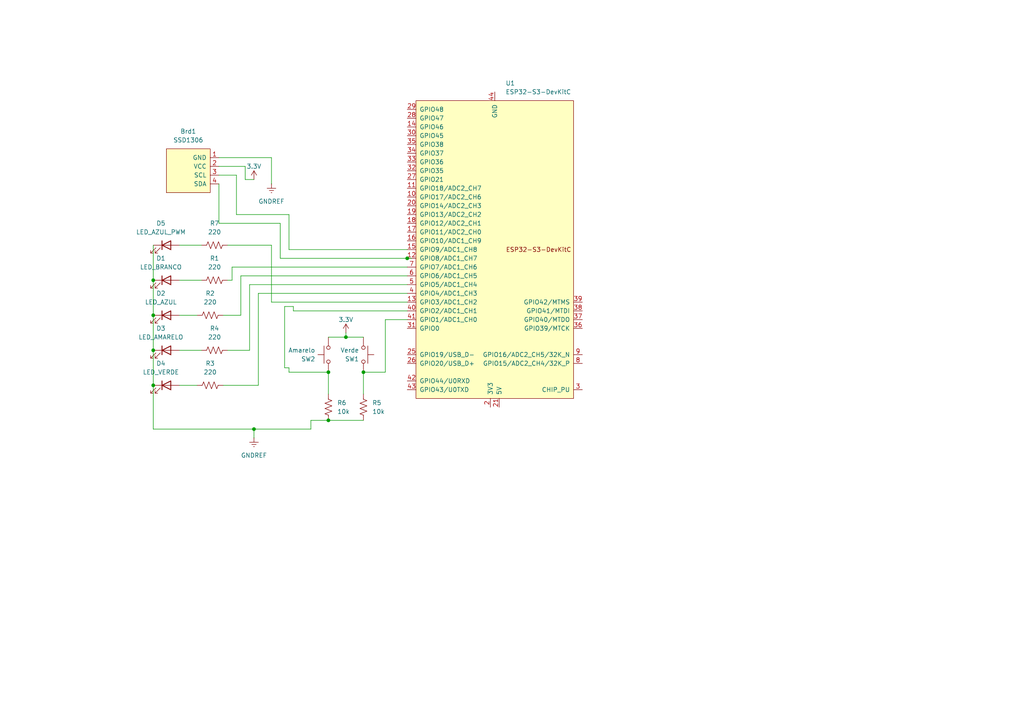
<source format=kicad_sch>
(kicad_sch (version 20250114) (generator "eeschema") (generator_version "9.0")
  (paper "A4")
  (title_block (title "Adriel Cassimiro") (date "2025-05-28") (rev "V 0.0.01") (company "SystemEmbebbed ATV06 PWM LED & Display i2c"))
  (lib_symbols
    (symbol "Device:LED" (pin_numbers (hide yes)) (pin_names (offset 1.016) (hide yes))
      (property "Reference" "D" (at 0 2.54 0))
      (property "Value" "LED" (at 0 -2.54 0))
      (symbol "LED_0_1"
        (polyline (pts (xy -3.048 -0.762) (xy -4.572 -2.286) (xy -3.81 -2.286) (xy -4.572 -2.286) (xy -4.572 -1.524)))
        (polyline (pts (xy -1.778 -0.762) (xy -3.302 -2.286) (xy -2.54 -2.286) (xy -3.302 -2.286) (xy -3.302 -1.524)))
        (polyline (pts (xy -1.27 0) (xy 1.27 0)))
        (polyline (pts (xy -1.27 -1.27) (xy -1.27 1.27)) (stroke (width 0.254)))
        (polyline (pts (xy 1.27 -1.27) (xy 1.27 1.27) (xy -1.27 0) (xy 1.27 -1.27)) (stroke (width 0.254)))
      )
      (symbol "LED_1_1"
        (pin passive line (at -3.81 0 0) (length 2.54) (name "K") (number "1"))
        (pin passive line (at 3.81 0 180) (length 2.54) (name "A") (number "2"))
      )
    )
    (symbol "Device:R_US" (pin_numbers (hide yes)) (pin_names (offset 0))
      (property "Reference" "R" (at 2.54 0 90))
      (property "Value" "R_US" (at -2.54 0 90))
      (symbol "R_US_0_1"
        (polyline (pts (xy 0 2.286) (xy 0 2.54)))
        (polyline (pts (xy 0 2.286) (xy 1.016 1.905) (xy 0 1.524) (xy -1.016 1.143) (xy 0 0.762)))
        (polyline (pts (xy 0 0.762) (xy 1.016 0.381) (xy 0 0) (xy -1.016 -0.381) (xy 0 -0.762)))
        (polyline (pts (xy 0 -0.762) (xy 1.016 -1.143) (xy 0 -1.524) (xy -1.016 -1.905) (xy 0 -2.286)))
        (polyline (pts (xy 0 -2.286) (xy 0 -2.54)))
      )
      (symbol "R_US_1_1"
        (pin passive line (at 0 3.81 270) (length 1.27) (name "~") (number "1"))
        (pin passive line (at 0 -3.81 90) (length 1.27) (name "~") (number "2"))
      )
    )
    (symbol "PCM_Espressif:ESP32-S3-DevKitC" (pin_names (offset 1.016))
      (property "Reference" "U" (at -22.86 48.26 0))
      (property "Value" "ESP32-S3-DevKitC" (at -22.86 45.72 0))
      (symbol "ESP32-S3-DevKitC_0_0"
        (text "ESP32-S3-DevKitC" (at -12.7 0 0) (effects (font (size 1.27 1.27))))
        (pin bidirectional line (at -25.4 15.24 0) (length 2.54) (name "GPIO42/MTMS") (number "39"))
        (pin power_in line (at 0 -45.72 90) (length 2.54) (name "GND") (number "44"))
        (pin bidirectional line (at 25.4 40.64 180) (length 2.54) (name "GPIO43/U0TXD") (number "43"))
        (pin bidirectional line (at 25.4 38.1 180) (length 2.54) (name "GPIO44/U0RXD") (number "42"))
        (pin bidirectional line (at 25.4 20.32 180) (length 2.54) (name "GPIO1/ADC1_CH0") (number "41"))
        (pin bidirectional line (at 25.4 17.78 180) (length 2.54) (name "GPIO2/ADC1_CH1") (number "40"))
        (pin bidirectional line (at 25.4 -10.16 180) (length 2.54) (name "GPIO13/ADC2_CH2") (number "19"))
        (pin bidirectional line (at 25.4 -35.56 180) (length 2.54) (name "GPIO46") (number "14"))
      )
      (symbol "ESP32-S3-DevKitC_0_1"
        (rectangle (start -22.86 43.18) (end 22.86 -43.18) (fill (type background)))
        (pin power_in line (at 1.27 45.72 270) (length 2.54) (name "3V3") (number "2"))
      )
      (symbol "ESP32-S3-DevKitC_1_1"
        (pin input line (at -25.4 40.64 0) (length 2.54) (name "CHIP_PU") (number "3"))
        (pin bidirectional line (at -25.4 33.02 0) (length 2.54) (name "GPIO15/ADC2_CH4/32K_P") (number "8"))
        (pin bidirectional line (at -25.4 30.48 0) (length 2.54) (name "GPIO16/ADC2_CH5/32K_N") (number "9"))
        (pin bidirectional line (at -25.4 22.86 0) (length 2.54) (name "GPIO39/MTCK") (number "36"))
        (pin bidirectional line (at -25.4 20.32 0) (length 2.54) (name "GPIO40/MTDO") (number "37"))
        (pin bidirectional line (at -25.4 17.78 0) (length 2.54) (name "GPIO41/MTDI") (number "38"))
        (pin power_in line (at -1.27 45.72 270) (length 2.54) (name "5V") (number "21"))
        (pin passive line (at 0 -45.72 90) (length 2.54) (hide yes) (name "GND") (number "22"))
        (pin passive line (at 0 -45.72 90) (length 2.54) (hide yes) (name "GND") (number "23"))
        (pin passive line (at 0 -45.72 90) (length 2.54) (hide yes) (name "GND") (number "24"))
        (pin passive line (at 1.27 45.72 270) (length 2.54) (hide yes) (name "3V3") (number "1"))
        (pin bidirectional line (at 25.4 33.02 180) (length 2.54) (name "GPIO20/USB_D+") (number "26"))
        (pin bidirectional line (at 25.4 30.48 180) (length 2.54) (name "GPIO19/USB_D-") (number "25"))
        (pin bidirectional line (at 25.4 22.86 180) (length 2.54) (name "GPIO0") (number "31"))
        (pin bidirectional line (at 25.4 15.24 180) (length 2.54) (name "GPIO3/ADC1_CH2") (number "13"))
        (pin bidirectional line (at 25.4 12.7 180) (length 2.54) (name "GPIO4/ADC1_CH3") (number "4"))
        (pin bidirectional line (at 25.4 10.16 180) (length 2.54) (name "GPIO5/ADC1_CH4") (number "5"))
        (pin bidirectional line (at 25.4 7.62 180) (length 2.54) (name "GPIO6/ADC1_CH5") (number "6"))
        (pin bidirectional line (at 25.4 5.08 180) (length 2.54) (name "GPIO7/ADC1_CH6") (number "7"))
        (pin bidirectional line (at 25.4 2.54 180) (length 2.54) (name "GPIO8/ADC1_CH7") (number "12"))
        (pin bidirectional line (at 25.4 0 180) (length 2.54) (name "GPIO9/ADC1_CH8") (number "15"))
        (pin bidirectional line (at 25.4 -2.54 180) (length 2.54) (name "GPIO10/ADC1_CH9") (number "16"))
        (pin bidirectional line (at 25.4 -5.08 180) (length 2.54) (name "GPIO11/ADC2_CH0") (number "17"))
        (pin bidirectional line (at 25.4 -7.62 180) (length 2.54) (name "GPIO12/ADC2_CH1") (number "18"))
        (pin bidirectional line (at 25.4 -12.7 180) (length 2.54) (name "GPIO14/ADC2_CH3") (number "20"))
        (pin bidirectional line (at 25.4 -15.24 180) (length 2.54) (name "GPIO17/ADC2_CH6") (number "10"))
        (pin bidirectional line (at 25.4 -17.78 180) (length 2.54) (name "GPIO18/ADC2_CH7") (number "11"))
        (pin bidirectional line (at 25.4 -20.32 180) (length 2.54) (name "GPIO21") (number "27"))
        (pin bidirectional line (at 25.4 -22.86 180) (length 2.54) (name "GPIO35") (number "32"))
        (pin bidirectional line (at 25.4 -25.4 180) (length 2.54) (name "GPIO36") (number "33"))
        (pin bidirectional line (at 25.4 -27.94 180) (length 2.54) (name "GPIO37") (number "34"))
        (pin bidirectional line (at 25.4 -30.48 180) (length 2.54) (name "GPIO38") (number "35"))
        (pin bidirectional line (at 25.4 -33.02 180) (length 2.54) (name "GPIO45") (number "30"))
        (pin bidirectional line (at 25.4 -38.1 180) (length 2.54) (name "GPIO47") (number "28"))
        (pin bidirectional line (at 25.4 -40.64 180) (length 2.54) (name "GPIO48") (number "29"))
      )
    )
    (symbol "SSD1306-128x64_OLED:SSD1306" (pin_names (offset 1.016))
      (property "Reference" "Brd" (at 0 -3.81 0))
      (property "Value" "SSD1306" (at 0 -1.27 0))
      (symbol "SSD1306_0_1"
        (rectangle (start -6.35 6.35) (end 6.35 -6.35) (fill (type background)))
      )
      (symbol "SSD1306_1_1"
        (pin input line (at -3.81 8.89 270) (length 2.54) (name "GND") (number "1"))
        (pin input line (at -1.27 8.89 270) (length 2.54) (name "VCC") (number "2"))
        (pin input line (at 1.27 8.89 270) (length 2.54) (name "SCL") (number "3"))
        (pin input line (at 3.81 8.89 270) (length 2.54) (name "SDA") (number "4"))
      )
    )
    (symbol "SparkFun-PowerSymbol:3.3V" (power) (pin_names (offset 0))
      (property "Value" "3.3V" (at 0 3.81 0))
      (symbol "3.3V_0_1"
        (polyline (pts (xy -0.762 1.27) (xy 0 2.54)))
        (polyline (pts (xy 0 2.54) (xy 0.762 1.27)))
        (polyline (pts (xy 0 0) (xy 0 2.54)))
      )
      (symbol "3.3V_1_1"
        (pin power_in line (at 0 0 90) (length 0) (hide yes) (name "3.3V") (number "1"))
      )
    )
    (symbol "Switch:SW_Push" (pin_numbers (hide yes)) (pin_names (offset 1.016) (hide yes))
      (property "Reference" "SW" (at 1.27 2.54 0))
      (property "Value" "SW_Push" (at 0 -1.524 0))
      (symbol "SW_Push_0_1"
        (circle (center -2.032 0) (radius 0.508))
        (polyline (pts (xy 0 1.27) (xy 0 3.048)))
        (circle (center 2.032 0) (radius 0.508))
        (polyline (pts (xy 2.54 1.27) (xy -2.54 1.27)))
        (pin passive line (at -5.08 0 0) (length 2.54) (name "1") (number "1"))
        (pin passive line (at 5.08 0 180) (length 2.54) (name "2") (number "2"))
      )
    )
    (symbol "power:GNDREF" (power) (pin_numbers (hide yes)) (pin_names (offset 0) (hide yes))
      (property "Value" "GNDREF" (at 0 -3.81 0))
      (symbol "GNDREF_0_1"
        (polyline (pts (xy -0.635 -1.905) (xy 0.635 -1.905)))
        (polyline (pts (xy -0.127 -2.54) (xy 0.127 -2.54)))
        (polyline (pts (xy 0 -1.27) (xy 0 0)))
        (polyline (pts (xy 1.27 -1.27) (xy -1.27 -1.27)))
      )
      (symbol "GNDREF_1_1"
        (pin power_in line (at 0 0 270) (length 0) (name "~") (number "1"))
      )
    )
  )
  (junction (at 95.25 121.92))
  (junction (at 44.45 101.6))
  (junction (at 105.41 107.95))
  (junction (at 95.25 107.95))
  (junction (at 118.11 74.93))
  (junction (at 73.66 124.46))
  (junction (at 44.45 111.76))
  (junction (at 44.45 91.44))
  (junction (at 100.33 97.79))
  (junction (at 44.45 81.28))
  (wire (pts (xy 52.07 101.6) (xy 58.42 101.6)))
  (wire (pts (xy 85.09 90.17) (xy 118.11 90.17)))
  (wire (pts (xy 118.11 92.71) (xy 111.76 92.71)))
  (wire (pts (xy 90.17 121.92) (xy 95.25 121.92)))
  (wire (pts (xy 82.55 106.68) (xy 83.82 106.68)))
  (wire (pts (xy 73.66 124.46) (xy 73.66 127)))
  (wire (pts (xy 90.17 124.46) (xy 73.66 124.46)))
  (wire (pts (xy 90.17 121.92) (xy 90.17 124.46)))
  (wire (pts (xy 44.45 91.44) (xy 44.45 101.6)))
  (wire (pts (xy 44.45 71.12) (xy 44.45 81.28)))
  (wire (pts (xy 78.74 87.63) (xy 78.74 71.12)))
  (wire (pts (xy 118.11 87.63) (xy 78.74 87.63)))
  (wire (pts (xy 52.07 81.28) (xy 58.42 81.28)))
  (wire (pts (xy 74.93 111.76) (xy 64.77 111.76)))
  (wire (pts (xy 44.45 81.28) (xy 44.45 91.44)))
  (wire (pts (xy 44.45 101.6) (xy 44.45 111.76)))
  (wire (pts (xy 83.82 107.95) (xy 95.25 107.95)))
  (wire (pts (xy 82.55 88.9) (xy 82.55 106.68)))
  (wire (pts (xy 85.09 88.9) (xy 85.09 90.17)))
  (wire (pts (xy 71.12 52.07) (xy 73.66 52.07)))
  (wire (pts (xy 105.41 107.95) (xy 105.41 114.3)))
  (wire (pts (xy 52.07 91.44) (xy 57.15 91.44)))
  (wire (pts (xy 78.74 71.12) (xy 66.04 71.12)))
  (wire (pts (xy 44.45 124.46) (xy 73.66 124.46)))
  (wire (pts (xy 83.82 62.23) (xy 68.58 62.23)))
  (wire (pts (xy 52.07 71.12) (xy 58.42 71.12)))
  (wire (pts (xy 63.5 64.77) (xy 63.5 53.34)))
  (wire (pts (xy 83.82 106.68) (xy 83.82 107.95)))
  (wire (pts (xy 64.77 91.44) (xy 69.85 91.44)))
  (wire (pts (xy 52.07 111.76) (xy 57.15 111.76)))
  (wire (pts (xy 68.58 62.23) (xy 68.58 50.8)))
  (wire (pts (xy 67.31 77.47) (xy 67.31 81.28)))
  (wire (pts (xy 81.28 64.77) (xy 63.5 64.77)))
  (wire (pts (xy 66.04 101.6) (xy 72.39 101.6)))
  (wire (pts (xy 44.45 111.76) (xy 44.45 124.46)))
  (wire (pts (xy 72.39 82.55) (xy 72.39 101.6)))
  (wire (pts (xy 81.28 74.93) (xy 81.28 64.77)))
  (wire (pts (xy 67.31 81.28) (xy 66.04 81.28)))
  (wire (pts (xy 85.09 88.9) (xy 82.55 88.9)))
  (wire (pts (xy 118.11 72.39) (xy 83.82 72.39)))
  (wire (pts (xy 69.85 80.01) (xy 69.85 91.44)))
  (wire (pts (xy 67.31 77.47) (xy 118.11 77.47)))
  (wire (pts (xy 71.12 48.26) (xy 63.5 48.26)))
  (wire (pts (xy 95.25 107.95) (xy 95.25 114.3)))
  (wire (pts (xy 74.93 85.09) (xy 74.93 111.76)))
  (wire (pts (xy 118.11 74.93) (xy 81.28 74.93)))
  (wire (pts (xy 63.5 45.72) (xy 78.74 45.72)))
  (wire (pts (xy 100.33 96.52) (xy 100.33 97.79)))
  (wire (pts (xy 71.12 52.07) (xy 71.12 48.26)))
  (wire (pts (xy 95.25 97.79) (xy 100.33 97.79)))
  (wire (pts (xy 111.76 107.95) (xy 105.41 107.95)))
  (wire (pts (xy 95.25 121.92) (xy 105.41 121.92)))
  (wire (pts (xy 78.74 45.72) (xy 78.74 53.34)))
  (wire (pts (xy 69.85 80.01) (xy 118.11 80.01)))
  (wire (pts (xy 83.82 72.39) (xy 83.82 62.23)))
  (wire (pts (xy 74.93 85.09) (xy 118.11 85.09)))
  (wire (pts (xy 100.33 97.79) (xy 105.41 97.79)))
  (wire (pts (xy 72.39 82.55) (xy 118.11 82.55)))
  (wire (pts (xy 111.76 92.71) (xy 111.76 107.95)))
  (wire (pts (xy 68.58 50.8) (xy 63.5 50.8)))
  (wire (pts (xy 119.38 74.93) (xy 118.11 74.93)))
  (symbol (lib_id "Device:LED") (at 48.26 71.12 0) (unit 1)
    (property "Reference" "D5" (at 46.6725 64.77 0))
    (property "Value" "LED_AZUL_PWM" (at 46.6725 67.31 0))
    (property "Description" "Light emitting diode" (effects (hide yes)))
    (property "Sim.Pins" "1=K 2=A" (effects (hide yes)))
  )
  (symbol (lib_id "Device:R_US") (at 60.96 91.44 90) (unit 1)
    (property "Reference" "R2" (at 60.96 85.09 90))
    (property "Value" "220" (at 60.96 87.63 90))
    (property "Description" "Resistor, US symbol" (effects (hide yes)))
  )
  (symbol (lib_id "Device:LED") (at 48.26 101.6 0) (unit 1)
    (property "Reference" "D3" (at 46.6725 95.25 0))
    (property "Value" "LED_AMARELO" (at 46.6725 97.79 0))
    (property "Description" "Light emitting diode" (effects (hide yes)))
    (property "Sim.Pins" "1=K 2=A" (effects (hide yes)))
  )
  (symbol (lib_id "Switch:SW_Push") (at 95.25 102.87 90) (unit 1)
    (property "Reference" "SW2" (at 91.44 104.1401 90) (effects (justify left)))
    (property "Value" "Amarelo" (at 91.44 101.6001 90) (effects (justify left)))
    (property "Description" "Push button switch, generic, two pins" (effects (hide yes)))
  )
  (symbol (lib_id "Device:R_US") (at 62.23 71.12 90) (unit 1)
    (property "Reference" "R7" (at 62.23 64.77 90))
    (property "Value" "220" (at 62.23 67.31 90))
    (property "Description" "Resistor, US symbol" (effects (hide yes)))
  )
  (symbol (lib_id "Device:R_US") (at 105.41 118.11 0) (unit 1)
    (property "Reference" "R5" (at 107.95 116.8399 0) (effects (justify left)))
    (property "Value" "10k" (at 107.95 119.3799 0) (effects (justify left)))
    (property "Description" "Resistor, US symbol" (effects (hide yes)))
  )
  (symbol (lib_id "Device:R_US") (at 62.23 81.28 90) (unit 1)
    (property "Reference" "R1" (at 62.23 74.93 90))
    (property "Value" "220" (at 62.23 77.47 90))
    (property "Description" "Resistor, US symbol" (effects (hide yes)))
  )
  (symbol (lib_id "power:GNDREF") (at 73.66 127 0) (unit 1)
    (property "Reference" "#PWR01" (effects (hide yes)))
    (property "Value" "GNDREF" (at 73.66 132.08 0))
    (property "Description" "Power symbol creates a global label with name \"GNDREF\" , reference supply ground" (effects (hide yes)))
  )
  (symbol (lib_id "Switch:SW_Push") (at 105.41 102.87 270) (unit 1)
    (property "Reference" "SW1" (at 104.14 104.1401 90) (effects (justify right)))
    (property "Value" "Verde" (at 104.14 101.6001 90) (effects (justify right)))
    (property "Description" "Push button switch, generic, two pins" (effects (hide yes)))
  )
  (symbol (lib_id "Device:LED") (at 48.26 91.44 0) (unit 1)
    (property "Reference" "D2" (at 46.6725 85.09 0))
    (property "Value" "LED_AZUL" (at 46.6725 87.63 0))
    (property "Description" "Light emitting diode" (effects (hide yes)))
    (property "Sim.Pins" "1=K 2=A" (effects (hide yes)))
  )
  (symbol (lib_id "SparkFun-PowerSymbol:3.3V") (at 100.33 96.52 0) (unit 1)
    (property "Reference" "#PWR04" (effects (hide yes)))
    (property "Value" "3.3V" (at 100.33 92.71 0))
    (property "Description" "Power symbol creates a global label with name \"3.3V\"" (effects (hide yes)))
  )
  (symbol (lib_id "Device:R_US") (at 60.96 111.76 90) (unit 1)
    (property "Reference" "R3" (at 60.96 105.41 90))
    (property "Value" "220" (at 60.96 107.95 90))
    (property "Description" "Resistor, US symbol" (effects (hide yes)))
  )
  (symbol (lib_id "Device:LED") (at 48.26 111.76 0) (unit 1)
    (property "Reference" "D4" (at 46.6725 105.41 0))
    (property "Value" "LED_VERDE" (at 46.6725 107.95 0))
    (property "Description" "Light emitting diode" (effects (hide yes)))
    (property "Sim.Pins" "1=K 2=A" (effects (hide yes)))
  )
  (symbol (lib_id "power:GNDREF") (at 78.74 53.34 0) (unit 1)
    (property "Reference" "#PWR02" (effects (hide yes)))
    (property "Value" "GNDREF" (at 78.74 58.42 0))
    (property "Description" "Power symbol creates a global label with name \"GNDREF\" , reference supply ground" (effects (hide yes)))
  )
  (symbol (lib_id "Device:R_US") (at 95.25 118.11 0) (unit 1)
    (property "Reference" "R6" (at 97.79 116.8399 0) (effects (justify left)))
    (property "Value" "10k" (at 97.79 119.3799 0) (effects (justify left)))
    (property "Description" "Resistor, US symbol" (effects (hide yes)))
  )
  (symbol (lib_id "PCM_Espressif:ESP32-S3-DevKitC") (at 143.51 72.39 180) (unit 1)
    (property "Reference" "U1" (at 146.6281 24.13 0) (effects (justify right)))
    (property "Value" "ESP32-S3-DevKitC" (at 146.6281 26.67 0) (effects (justify right)))
    (property "Footprint" "PCM_Espressif:ESP32-S3-DevKitC" (effects (hide yes)))
    (property "Description" "ESP32-S3-DevKitC" (effects (hide yes)))
  )
  (symbol (lib_id "SparkFun-PowerSymbol:3.3V") (at 73.66 52.07 0) (unit 1)
    (property "Reference" "#PWR03" (effects (hide yes)))
    (property "Value" "3.3V" (at 73.66 48.26 0))
    (property "Description" "Power symbol creates a global label with name \"3.3V\"" (effects (hide yes)))
  )
  (symbol (lib_id "Device:R_US") (at 62.23 101.6 90) (unit 1)
    (property "Reference" "R4" (at 62.23 95.25 90))
    (property "Value" "220" (at 62.23 97.79 90))
    (property "Description" "Resistor, US symbol" (effects (hide yes)))
  )
  (symbol (lib_id "SSD1306-128x64_OLED:SSD1306") (at 54.61 49.53 270) (unit 1)
    (property "Reference" "Brd1" (at 54.61 38.1 90))
    (property "Value" "SSD1306" (at 54.61 40.64 90))
    (property "Description" "SSD1306 OLED" (effects (hide yes)))
  )
  (symbol (lib_id "Device:LED") (at 48.26 81.28 0) (unit 1)
    (property "Reference" "D1" (at 46.6725 74.93 0))
    (property "Value" "LED_BRANCO" (at 46.6725 77.47 0))
    (property "Description" "Light emitting diode" (effects (hide yes)))
    (property "Sim.Pins" "1=K 2=A" (effects (hide yes)))
  )
)
</source>
